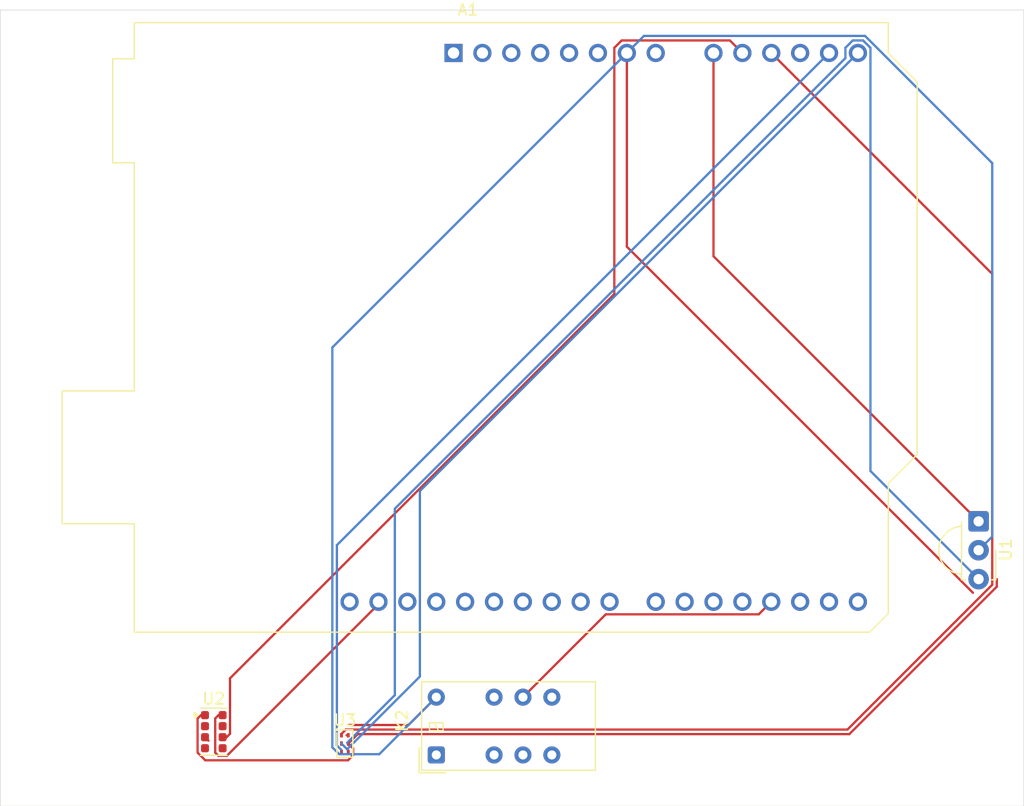
<source format=kicad_pcb>
(kicad_pcb (version 20241229) (generator "pcbnew") (generator_version "9.0")
  (layers (0 "F.Cu" signal) (2 "B.Cu" signal) (13 "F.Paste" user) (15 "B.Paste" user) (5 "F.SilkS" user "F.Silkscreen") (7 "B.SilkS" user "B.Silkscreen") (1 "F.Mask" user) (3 "B.Mask" user) (25 "Edge.Cuts" user))
  (net 0 "")
  (net 4 "Net-(A1-A0)")
  (net 6 "Net-(A1-D3)")
  (net 8 "Net-(A1-D7)")
  (net 10 "Net-(U3-SDA)")
  (net 16 "Net-(U2-SDA)")
  (net 18 "GND")
  (net 20 "Net-(A1-A2)")
  (net 22 "Net-(U2-SCL)")
  (net 23 "Net-(A1-D2)")
  (net 27 "Net-(U3-SCL)")
  (net 30 "Net-(A1-A1)")
  (net 34 "Net-(K2-Pad5)")
  (net 35 "Net-(M2-+)")
  (net 36 "Net-(BT1-+)")
  (net 38 "Net-(U1-Vs)")
  (footprint "OptoDevice:Rohm_RPR-0720" (layer "F.Cu") (at 130.8 115.5)
    (property "Reference" "U3" (at 0 -2.05 0) (layer "F.SilkS"))
    (property "Value" "RPR-0720")
    (fp_line (start -0.7 1.2) (end -0.7 -0.95) (stroke (width 0.12)) (layer "F.SilkS"))
    (fp_line (start -0.7 1.2) (end 0.7 1.2) (stroke (width 0.12)) (layer "F.SilkS"))
    (fp_line (start -0.45 -1.2) (end 0.7 -1.2) (stroke (width 0.12)) (layer "F.SilkS"))
    (fp_line (start 0.7 1.2) (end 0.7 -1.2) (stroke (width 0.12)) (layer "F.SilkS"))
    (fp_poly (pts (xy -0.65 -1.15) (xy -0.65 -1.35) (xy -0.85 -1.15)) (stroke (width 0.1)) (fill yes) (layer "F.SilkS"))
    (pad "1" smd roundrect (at -0.3 -0.73 90) (size 0.4 0.25) (layers "F.Cu" "F.Mask" "F.Paste") (net 20 "Net-(A1-A2)"))
    (pad "2" smd roundrect (at -0.3 0 90) (size 0.4 0.25) (layers "F.Cu" "F.Mask" "F.Paste") (net 27 "Net-(U3-SCL)"))
    (pad "3" smd roundrect (at -0.3 0.73 90) (size 0.4 0.25) (layers "F.Cu" "F.Mask" "F.Paste") (net 10 "Net-(U3-SDA)"))
    (pad "4" smd roundrect (at 0.3 0.73 90) (size 0.4 0.25) (layers "F.Cu" "F.Mask" "F.Paste"))
    (pad "5" smd roundrect (at 0.3 0 90) (size 0.4 0.25) (layers "F.Cu" "F.Mask" "F.Paste") (net 38 "Net-(U1-Vs)"))
    (pad "6" smd roundrect (at 0.3 -0.73 90) (size 0.4 0.25) (layers "F.Cu" "F.Mask" "F.Paste") (net 18 "GND"))
  )
  (footprint "Relay_THT:Relay_DPDT_Kemet_EC2_NU" (layer "F.Cu") (at 138.84 116.5 90)
    (property "Reference" "K2" (at 3 -3 90) (layer "F.SilkS"))
    (property "Value" "EC2-12NU")
    (fp_line (start -1.57 -1.51) (end 0.62 -1.51) (stroke (width 0.12)) (layer "F.SilkS"))
    (fp_line (start 6.43 -1.29) (end -1.35 -1.29) (stroke (width 0.12)) (layer "F.SilkS"))
    (fp_line (start 6.43 -1.29) (end 6.43 13.99) (stroke (width 0.12)) (layer "F.SilkS"))
    (fp_line (start -1.35 -1.27) (end -1.35 13.99) (stroke (width 0.12)) (layer "F.SilkS"))
    (fp_line (start 2.83 -0.6) (end 2.13 -0.6) (stroke (width 0.12)) (layer "F.SilkS"))
    (fp_line (start 2.13 -0.6) (end 2.13 0.6) (stroke (width 0.12)) (layer "F.SilkS"))
    (fp_line (start 2.13 0.2) (end 2.83 -0.2) (stroke (width 0.12)) (layer "F.SilkS"))
    (fp_line (start 2.83 0.6) (end 2.83 -0.6) (stroke (width 0.12)) (layer "F.SilkS"))
    (fp_line (start 2.13 0.6) (end 2.83 0.6) (stroke (width 0.12)) (layer "F.SilkS"))
    (fp_line (start -1.57 0.83) (end -1.57 -1.51) (stroke (width 0.12)) (layer "F.SilkS"))
    (fp_line (start 6.43 13.99) (end -1.35 13.99) (stroke (width 0.12)) (layer "F.SilkS"))
    (pad "1" thru_hole roundrect (at 0 0 90) (size 1.5 1.5) (drill 0.8) (layers "*.Cu" "*.Mask") (roundrect_rratio 0.167) (net 36 "Net-(BT1-+)"))
    (pad "3" thru_hole circle (at 0 5.08 90) (size 1.5 1.5) (drill 0.8) (layers "*.Cu" "*.Mask"))
    (pad "4" thru_hole circle (at 0 7.62 90) (size 1.5 1.5) (drill 0.8) (layers "*.Cu" "*.Mask") (net 8 "Net-(A1-D7)"))
    (pad "5" thru_hole circle (at 0 10.16 90) (size 1.5 1.5) (drill 0.8) (layers "*.Cu" "*.Mask") (net 34 "Net-(K2-Pad5)"))
    (pad "8" thru_hole circle (at 5.08 10.16 90) (size 1.5 1.5) (drill 0.8) (layers "*.Cu" "*.Mask") (net 35 "Net-(M2-+)"))
    (pad "9" thru_hole circle (at 5.08 7.62 90) (size 1.5 1.5) (drill 0.8) (layers "*.Cu" "*.Mask") (net 6 "Net-(A1-D3)"))
    (pad "10" thru_hole circle (at 5.08 5.08 90) (size 1.5 1.5) (drill 0.8) (layers "*.Cu" "*.Mask"))
    (pad "12" thru_hole circle (at 5.08 0 90) (size 1.5 1.5) (drill 0.8) (layers "*.Cu" "*.Mask") (net 18 "GND"))
  )
  (footprint "Sensor:Rohm_RPR-0521RS" (layer "F.Cu") (at 119.275 114.455)
    (property "Reference" "U2" (at 0 -2.9 0) (layer "F.SilkS"))
    (property "Value" "RPR-0521RS")
    (fp_line (start -1.18 -2.075) (end 1.18 -2.075) (stroke (width 0.12)) (layer "F.SilkS"))
    (fp_line (start -1.18 2.075) (end 1.18 2.075) (stroke (width 0.12)) (layer "F.SilkS"))
    (fp_poly (pts (xy -1.4 -1.45) (xy -1.73 -1.21) (xy -1.73 -1.69) (xy -1.4 -1.45)) (stroke (width 0.12)) (fill yes) (layer "F.SilkS"))
    (pad "1" smd roundrect (at -0.775 -1.455 270) (size 0.72 0.7) (layers "F.Cu" "F.Mask" "F.Paste") (net 38 "Net-(U1-Vs)"))
    (pad "2" smd roundrect (at -0.775 -0.485 270) (size 0.72 0.7) (layers "F.Cu" "F.Mask" "F.Paste") (net 22 "Net-(U2-SCL)"))
    (pad "3" smd roundrect (at -0.775 0.485 270) (size 0.72 0.7) (layers "F.Cu" "F.Mask" "F.Paste") (net 18 "GND"))
    (pad "4" smd roundrect (at -0.775 1.455 270) (size 0.72 0.7) (layers "F.Cu" "F.Mask" "F.Paste"))
    (pad "5" smd roundrect (at 0.775 1.455 270) (size 0.72 0.7) (layers "F.Cu" "F.Mask" "F.Paste"))
    (pad "6" smd roundrect (at 0.775 0.485 270) (size 0.72 0.7) (layers "F.Cu" "F.Mask" "F.Paste") (net 30 "Net-(A1-A1)"))
    (pad "7" smd roundrect (at 0.775 -0.485 270) (size 0.72 0.7) (layers "F.Cu" "F.Mask" "F.Paste"))
    (pad "8" smd roundrect (at 0.775 -1.455 270) (size 0.72 0.7) (layers "F.Cu" "F.Mask" "F.Paste") (net 16 "Net-(U2-SDA)"))
  )
  (footprint "Module:Arduino_UNO_R3" (layer "F.Cu") (at 140.355 54.775)
    (property "Reference" "A1" (at 1.27 -3.81 180) (layer "F.SilkS"))
    (property "Value" "Arduino_UNO_R3")
    (fp_line (start -34.42 29.72) (end -34.42 41.4) (stroke (width 0.12)) (layer "F.SilkS"))
    (fp_line (start -34.42 41.4) (end -28.07 41.4) (stroke (width 0.12)) (layer "F.SilkS"))
    (fp_line (start -29.97 0.51) (end -29.97 9.65) (stroke (width 0.12)) (layer "F.SilkS"))
    (fp_line (start -29.97 9.65) (end -28.07 9.65) (stroke (width 0.12)) (layer "F.SilkS"))
    (fp_line (start -28.07 -2.67) (end -28.07 0.51) (stroke (width 0.12)) (layer "F.SilkS"))
    (fp_line (start -28.07 0.51) (end -29.97 0.51) (stroke (width 0.12)) (layer "F.SilkS"))
    (fp_line (start -28.07 9.65) (end -28.07 29.72) (stroke (width 0.12)) (layer "F.SilkS"))
    (fp_line (start -28.07 29.72) (end -34.42 29.72) (stroke (width 0.12)) (layer "F.SilkS"))
    (fp_line (start -28.07 41.4) (end -28.07 50.93) (stroke (width 0.12)) (layer "F.SilkS"))
    (fp_line (start -28.07 50.93) (end 36.58 50.93) (stroke (width 0.12)) (layer "F.SilkS"))
    (fp_line (start 36.58 50.93) (end 38.23 49.28) (stroke (width 0.12)) (layer "F.SilkS"))
    (fp_line (start 38.23 -2.67) (end -28.07 -2.67) (stroke (width 0.12)) (layer "F.SilkS"))
    (fp_line (start 38.23 0) (end 38.23 -2.67) (stroke (width 0.12)) (layer "F.SilkS"))
    (fp_line (start 38.23 37.85) (end 40.77 35.31) (stroke (width 0.12)) (layer "F.SilkS"))
    (fp_line (start 38.23 49.28) (end 38.23 37.85) (stroke (width 0.12)) (layer "F.SilkS"))
    (fp_line (start 40.77 2.54) (end 38.23 0) (stroke (width 0.12)) (layer "F.SilkS"))
    (fp_line (start 40.77 35.31) (end 40.77 2.54) (stroke (width 0.12)) (layer "F.SilkS"))
    (pad "1" thru_hole rect (at 0 0 90) (size 1.6 1.6) (drill 1) (layers "*.Cu" "*.Mask"))
    (pad "2" thru_hole oval (at 2.54 0 90) (size 1.6 1.6) (drill 1) (layers "*.Cu" "*.Mask"))
    (pad "3" thru_hole oval (at 5.08 0 90) (size 1.6 1.6) (drill 1) (layers "*.Cu" "*.Mask"))
    (pad "4" thru_hole oval (at 7.62 0 90) (size 1.6 1.6) (drill 1) (layers "*.Cu" "*.Mask"))
    (pad "5" thru_hole oval (at 10.16 0 90) (size 1.6 1.6) (drill 1) (layers "*.Cu" "*.Mask"))
    (pad "6" thru_hole oval (at 12.7 0 90) (size 1.6 1.6) (drill 1) (layers "*.Cu" "*.Mask"))
    (pad "7" thru_hole oval (at 15.24 0 90) (size 1.6 1.6) (drill 1) (layers "*.Cu" "*.Mask") (net 18 "GND"))
    (pad "8" thru_hole oval (at 17.78 0 90) (size 1.6 1.6) (drill 1) (layers "*.Cu" "*.Mask"))
    (pad "9" thru_hole oval (at 22.86 0 90) (size 1.6 1.6) (drill 1) (layers "*.Cu" "*.Mask") (net 4 "Net-(A1-A0)"))
    (pad "10" thru_hole oval (at 25.4 0 90) (size 1.6 1.6) (drill 1) (layers "*.Cu" "*.Mask") (net 30 "Net-(A1-A1)"))
    (pad "11" thru_hole oval (at 27.94 0 90) (size 1.6 1.6) (drill 1) (layers "*.Cu" "*.Mask") (net 20 "Net-(A1-A2)"))
    (pad "12" thru_hole oval (at 30.48 0 90) (size 1.6 1.6) (drill 1) (layers "*.Cu" "*.Mask"))
    (pad "13" thru_hole oval (at 33.02 0 90) (size 1.6 1.6) (drill 1) (layers "*.Cu" "*.Mask") (net 10 "Net-(U3-SDA)"))
    (pad "14" thru_hole oval (at 35.56 0 90) (size 1.6 1.6) (drill 1) (layers "*.Cu" "*.Mask") (net 27 "Net-(U3-SCL)"))
    (pad "15" thru_hole oval (at 35.56 48.26 90) (size 1.6 1.6) (drill 1) (layers "*.Cu" "*.Mask"))
    (pad "16" thru_hole oval (at 33.02 48.26 90) (size 1.6 1.6) (drill 1) (layers "*.Cu" "*.Mask"))
    (pad "17" thru_hole oval (at 30.48 48.26 90) (size 1.6 1.6) (drill 1) (layers "*.Cu" "*.Mask") (net 23 "Net-(A1-D2)"))
    (pad "18" thru_hole oval (at 27.94 48.26 90) (size 1.6 1.6) (drill 1) (layers "*.Cu" "*.Mask") (net 6 "Net-(A1-D3)"))
    (pad "19" thru_hole oval (at 25.4 48.26 90) (size 1.6 1.6) (drill 1) (layers "*.Cu" "*.Mask"))
    (pad "20" thru_hole oval (at 22.86 48.26 90) (size 1.6 1.6) (drill 1) (layers "*.Cu" "*.Mask"))
    (pad "21" thru_hole oval (at 20.32 48.26 90) (size 1.6 1.6) (drill 1) (layers "*.Cu" "*.Mask"))
    (pad "22" thru_hole oval (at 17.78 48.26 90) (size 1.6 1.6) (drill 1) (layers "*.Cu" "*.Mask") (net 8 "Net-(A1-D7)"))
    (pad "23" thru_hole oval (at 13.72 48.26 90) (size 1.6 1.6) (drill 1) (layers "*.Cu" "*.Mask"))
    (pad "24" thru_hole oval (at 11.18 48.26 90) (size 1.6 1.6) (drill 1) (layers "*.Cu" "*.Mask"))
    (pad "25" thru_hole oval (at 8.64 48.26 90) (size 1.6 1.6) (drill 1) (layers "*.Cu" "*.Mask"))
    (pad "26" thru_hole oval (at 6.1 48.26 90) (size 1.6 1.6) (drill 1) (layers "*.Cu" "*.Mask"))
    (pad "27" thru_hole oval (at 3.56 48.26 90) (size 1.6 1.6) (drill 1) (layers "*.Cu" "*.Mask"))
    (pad "28" thru_hole oval (at 1.02 48.26 90) (size 1.6 1.6) (drill 1) (layers "*.Cu" "*.Mask"))
    (pad "29" thru_hole oval (at -1.52 48.26 90) (size 1.6 1.6) (drill 1) (layers "*.Cu" "*.Mask"))
    (pad "30" thru_hole oval (at -4.06 48.26 90) (size 1.6 1.6) (drill 1) (layers "*.Cu" "*.Mask"))
    (pad "31" thru_hole oval (at -6.6 48.26 90) (size 1.6 1.6) (drill 1) (layers "*.Cu" "*.Mask") (net 16 "Net-(U2-SDA)"))
    (pad "32" thru_hole oval (at -9.14 48.26 90) (size 1.6 1.6) (drill 1) (layers "*.Cu" "*.Mask") (net 22 "Net-(U2-SCL)"))
  )
  (footprint "OptoDevice:Vishay_MINICAST-3Pin" (layer "F.Cu") (at 186.525 95.96 -90)
    (property "Reference" "U1" (at 2.5 -2.4 90) (layer "F.SilkS"))
    (property "Value" "TSSP58038")
    (fp_line (start 5.14 1.5) (end 0.05 1.5) (stroke (width 0.12)) (layer "F.SilkS"))
    (fp_line (start 5.14 1.16) (end 5.14 1.5) (stroke (width 0.12)) (layer "F.SilkS"))
    (fp_line (start 5.14 -1.16) (end 5.14 -1.51) (stroke (width 0.12)) (layer "F.SilkS"))
    (fp_line (start 5.14 -1.51) (end 2.54 -1.51) (stroke (width 0.12)) (layer "F.SilkS"))
    (fp_arc (start 4.64 1.5) (mid 2.540869 3.502379) (end 0.440083 1.501736) (stroke (width 0.12)) (layer "F.SilkS"))
    (pad "1" thru_hole roundrect (at 0 0 270) (size 1.8 1.8) (drill 0.9) (layers "*.Cu" "*.Mask") (roundrect_rratio 0.139) (net 4 "Net-(A1-A0)"))
    (pad "2" thru_hole circle (at 2.54 0 270) (size 1.8 1.8) (drill 0.9) (layers "*.Cu" "*.Mask") (net 18 "GND"))
    (pad "3" thru_hole circle (at 5.08 0 270) (size 1.8 1.8) (drill 0.9) (layers "*.Cu" "*.Mask") (net 38 "Net-(U1-Vs)"))
  )
  (gr_rect (start 100.5 51) (end 190.5 121) (stroke (width 0.05)) (fill no) (layer "Edge.Cuts"))
  (segment (start 163.215 72.65) (end 186.525 95.96) (width 0.2) (layer "F.Cu") (net 4))
  (segment (start 163.215 54.775) (end 163.215 72.65) (width 0.2) (layer "F.Cu") (net 4))
  (segment (start 167.194 104.136) (end 168.295 103.035) (width 0.2) (layer "F.Cu") (net 6))
  (segment (start 146.46 111.42) (end 153.744 104.136) (width 0.2) (layer "F.Cu") (net 6))
  (segment (start 153.744 104.136) (end 167.194 104.136) (width 0.2) (layer "F.Cu") (net 6))
  (segment (start 130.099 98.051) (end 130.099 115.6661) (width 0.2) (layer "B.Cu") (net 10))
  (segment (start 173.375 54.775) (end 130.099 98.051) (width 0.2) (layer "B.Cu") (net 10))
  (segment (start 130.099 115.6661) (end 130.46645 116.03355) (width 0.2) (layer "B.Cu") (net 10))
  (segment (start 133.755 103.243014) (end 133.755 103.035) (width 0.2) (layer "F.Cu") (net 16))
  (segment (start 119.69 113) (end 119.399 113.291) (width 0.2) (layer "F.Cu") (net 16))
  (segment (start 119.399 116.297014) (end 119.672986 116.571) (width 0.2) (layer "F.Cu") (net 16))
  (segment (start 120.427014 116.571) (end 133.755 103.243014) (width 0.2) (layer "F.Cu") (net 16))
  (segment (start 119.399 113.291) (end 119.399 116.297014) (width 0.2) (layer "F.Cu") (net 16))
  (segment (start 120.05 113) (end 119.69 113) (width 0.2) (layer "F.Cu") (net 16))
  (segment (start 119.672986 116.571) (end 120.427014 116.571) (width 0.2) (layer "F.Cu") (net 16))
  (segment (start 155.595 71.808471) (end 155.595 54.775) (width 0.2) (layer "F.Cu") (net 18))
  (segment (start 136.392 113.868) (end 131.1 113.868) (width 0.2) (layer "F.Cu") (net 18))
  (segment (start 155.595 71.808471) (end 186.027529 102.241) (width 0.2) (layer "F.Cu") (net 18))
  (segment (start 118.5 114.94) (end 118.809 115.249) (width 0.2) (layer "F.Cu") (net 18))
  (segment (start 138.84 111.42) (end 136.392 113.868) (width 0.2) (layer "F.Cu") (net 18))
  (segment (start 131.1 114.77) (end 130.951302 114.77) (width 0.2) (layer "F.Cu") (net 18))
  (segment (start 133.82545 116.43455) (end 130.30035 116.43455) (width 0.2) (layer "B.Cu") (net 18))
  (segment (start 129.698 80.672) (end 155.595 54.775) (width 0.2) (layer "B.Cu") (net 18))
  (segment (start 176.53715 53.273) (end 187.726 64.46185) (width 0.2) (layer "B.Cu") (net 18))
  (segment (start 155.595 54.775) (end 157.097 53.273) (width 0.2) (layer "B.Cu") (net 18))
  (segment (start 138.84 111.42) (end 133.82545 116.43455) (width 0.2) (layer "B.Cu") (net 18))
  (segment (start 187.726 64.46185) (end 187.726 97.299) (width 0.2) (layer "B.Cu") (net 18))
  (segment (start 130.30035 116.43455) (end 129.698 115.8322) (width 0.2) (layer "B.Cu") (net 18))
  (segment (start 157.097 53.273) (end 176.53715 53.273) (width 0.2) (layer "B.Cu") (net 18))
  (segment (start 129.698 115.8322) (end 129.698 80.672) (width 0.2) (layer "B.Cu") (net 18))
  (segment (start 187.726 97.299) (end 186.525 98.5) (width 0.2) (layer "B.Cu") (net 18))
  (segment (start 130.5 114.654202) (end 130.5 114.77) (width 0.2) (layer "F.Cu") (net 20))
  (segment (start 130.885202 114.269) (end 130.5 114.654202) (width 0.2) (layer "F.Cu") (net 20))
  (segment (start 168.295 54.775) (end 187.726 74.206) (width 0.2) (layer "F.Cu") (net 20))
  (segment (start 174.994471 114.269) (end 130.885202 114.269) (width 0.2) (layer "F.Cu") (net 20))
  (segment (start 187.726 74.206) (end 187.726 101.537471) (width 0.2) (layer "F.Cu") (net 20))
  (segment (start 187.726 101.537471) (end 174.994471 114.269) (width 0.2) (layer "F.Cu") (net 20))
  (segment (start 175.915 54.775) (end 137.396 93.294) (width 0.2) (layer "B.Cu") (net 27))
  (segment (start 131 116) (end 130.5 115.5) (width 0.2) (layer "B.Cu") (net 27))
  (segment (start 137.396 93.294) (end 137.396 109.604) (width 0.2) (layer "B.Cu") (net 27))
  (segment (start 137.396 109.604) (end 131 116) (width 0.2) (layer "B.Cu") (net 27))
  (segment (start 120.701 109.760986) (end 120.701 114.639) (width 0.2) (layer "F.Cu") (net 30))
  (segment (start 164.654 53.674) (end 155.13895 53.674) (width 0.2) (layer "F.Cu") (net 30))
  (segment (start 155.13895 53.674) (end 154.494 54.31895) (width 0.2) (layer "F.Cu") (net 30))
  (segment (start 165.755 54.775) (end 164.654 53.674) (width 0.2) (layer "F.Cu") (net 30))
  (segment (start 154.494 75.967986) (end 120.701 109.760986) (width 0.2) (layer "F.Cu") (net 30))
  (segment (start 120.701 114.639) (end 120.4 114.94) (width 0.2) (layer "F.Cu") (net 30))
  (segment (start 120.4 114.94) (end 120.05 114.94) (width 0.2) (layer "F.Cu") (net 30))
  (segment (start 154.494 54.31895) (end 154.494 75.967986) (width 0.2) (layer "F.Cu") (net 30))
  (segment (start 131.073798 116.972) (end 118.523986 116.972) (width 0.2) (layer "F.Cu") (net 38))
  (segment (start 118.15 113) (end 118.5 113) (width 0.2) (layer "F.Cu") (net 38))
  (segment (start 117.849 113.301) (end 118.15 113) (width 0.2) (layer "F.Cu") (net 38))
  (segment (start 118.523986 116.972) (end 117.849 116.297014) (width 0.2) (layer "F.Cu") (net 38))
  (segment (start 131.1 115.5) (end 131.526 115.926) (width 0.2) (layer "F.Cu") (net 38))
  (segment (start 188.127 101.703571) (end 188.127 101.04) (width 0.2) (layer "F.Cu") (net 38))
  (segment (start 175.160571 114.67) (end 188.127 101.703571) (width 0.2) (layer "F.Cu") (net 38))
  (segment (start 131.1 115.5) (end 131.93 114.67) (width 0.2) (layer "F.Cu") (net 38))
  (segment (start 131.526 116.519798) (end 131.073798 116.972) (width 0.2) (layer "F.Cu") (net 38))
  (segment (start 131.93 114.67) (end 175.160571 114.67) (width 0.2) (layer "F.Cu") (net 38))
  (segment (start 117.849 116.297014) (end 117.849 113.301) (width 0.2) (layer "F.Cu") (net 38))
  (segment (start 131.526 115.926) (end 131.526 116.519798) (width 0.2) (layer "F.Cu") (net 38))
  (segment (start 135.194 94.85105) (end 135.194 111.2389) (width 0.2) (layer "B.Cu") (net 38))
  (segment (start 174.814 54.31895) (end 174.814 55.23105) (width 0.2) (layer "B.Cu") (net 38))
  (segment (start 175.45895 53.674) (end 174.814 54.31895) (width 0.2) (layer "B.Cu") (net 38))
  (segment (start 176.37105 53.674) (end 175.45895 53.674) (width 0.2) (layer "B.Cu") (net 38))
  (segment (start 177.016 91.531) (end 177.016 54.31895) (width 0.2) (layer "B.Cu") (net 38))
  (segment (start 186.525 101.04) (end 177.016 91.531) (width 0.2) (layer "B.Cu") (net 38))
  (segment (start 135.194 111.2389) (end 131 115.4329) (width 0.2) (layer "B.Cu") (net 38))
  (segment (start 177.016 54.31895) (end 176.37105 53.674) (width 0.2) (layer "B.Cu") (net 38))
  (segment (start 174.814 55.23105) (end 135.194 94.85105) (width 0.2) (layer "B.Cu") (net 38))
)
</source>
